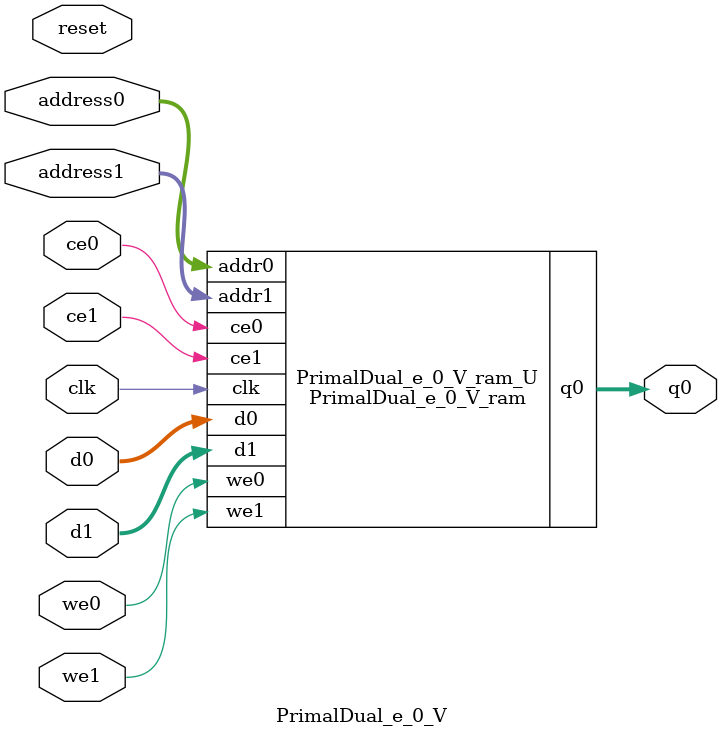
<source format=v>

`timescale 1 ns / 1 ps
module PrimalDual_e_0_V_ram (addr0, ce0, d0, we0, q0, addr1, ce1, d1, we1,  clk);

parameter DWIDTH = 16;
parameter AWIDTH = 5;
parameter MEM_SIZE = 20;

input[AWIDTH-1:0] addr0;
input ce0;
input[DWIDTH-1:0] d0;
input we0;
output reg[DWIDTH-1:0] q0;
input[AWIDTH-1:0] addr1;
input ce1;
input[DWIDTH-1:0] d1;
input we1;
input clk;

(* ram_style = "block" *)reg [DWIDTH-1:0] ram[0:MEM_SIZE-1];




always @(posedge clk)  
begin 
    if (ce0) 
    begin
        if (we0) 
        begin 
            ram[addr0] <= d0; 
            q0 <= d0;
        end 
        else 
            q0 <= ram[addr0];
    end
end


always @(posedge clk)  
begin 
    if (ce1) 
    begin
        if (we1) 
        begin 
            ram[addr1] <= d1; 
        end 
    end
end


endmodule


`timescale 1 ns / 1 ps
module PrimalDual_e_0_V(
    reset,
    clk,
    address0,
    ce0,
    we0,
    d0,
    q0,
    address1,
    ce1,
    we1,
    d1);

parameter DataWidth = 32'd16;
parameter AddressRange = 32'd20;
parameter AddressWidth = 32'd5;
input reset;
input clk;
input[AddressWidth - 1:0] address0;
input ce0;
input we0;
input[DataWidth - 1:0] d0;
output[DataWidth - 1:0] q0;
input[AddressWidth - 1:0] address1;
input ce1;
input we1;
input[DataWidth - 1:0] d1;



PrimalDual_e_0_V_ram PrimalDual_e_0_V_ram_U(
    .clk( clk ),
    .addr0( address0 ),
    .ce0( ce0 ),
    .we0( we0 ),
    .d0( d0 ),
    .q0( q0 ),
    .addr1( address1 ),
    .ce1( ce1 ),
    .we1( we1 ),
    .d1( d1 ));

endmodule


</source>
